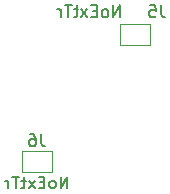
<source format=gbr>
G04 #@! TF.FileFunction,Legend,Bot*
%FSLAX46Y46*%
G04 Gerber Fmt 4.6, Leading zero omitted, Abs format (unit mm)*
G04 Created by KiCad (PCBNEW 4.0.6) date Thu Apr 29 15:37:00 2021*
%MOMM*%
%LPD*%
G01*
G04 APERTURE LIST*
%ADD10C,0.100000*%
%ADD11C,0.120000*%
%ADD12C,0.150000*%
G04 APERTURE END LIST*
D10*
D11*
X119380000Y-162180000D02*
X116840000Y-162180000D01*
X116840000Y-160400000D02*
X119380000Y-160400000D01*
X116840000Y-160400000D02*
X116840000Y-162180000D01*
X119380000Y-162180000D02*
X119380000Y-160400000D01*
X111125000Y-172975000D02*
X108585000Y-172975000D01*
X108585000Y-171195000D02*
X111125000Y-171195000D01*
X108585000Y-171195000D02*
X108585000Y-172975000D01*
X111125000Y-172975000D02*
X111125000Y-171195000D01*
D12*
X120348333Y-158837381D02*
X120348333Y-159551667D01*
X120395953Y-159694524D01*
X120491191Y-159789762D01*
X120634048Y-159837381D01*
X120729286Y-159837381D01*
X119395952Y-158837381D02*
X119872143Y-158837381D01*
X119919762Y-159313571D01*
X119872143Y-159265952D01*
X119776905Y-159218333D01*
X119538809Y-159218333D01*
X119443571Y-159265952D01*
X119395952Y-159313571D01*
X119348333Y-159408810D01*
X119348333Y-159646905D01*
X119395952Y-159742143D01*
X119443571Y-159789762D01*
X119538809Y-159837381D01*
X119776905Y-159837381D01*
X119872143Y-159789762D01*
X119919762Y-159742143D01*
X116871429Y-159837381D02*
X116871429Y-158837381D01*
X116300000Y-159837381D01*
X116300000Y-158837381D01*
X115680953Y-159837381D02*
X115776191Y-159789762D01*
X115823810Y-159742143D01*
X115871429Y-159646905D01*
X115871429Y-159361190D01*
X115823810Y-159265952D01*
X115776191Y-159218333D01*
X115680953Y-159170714D01*
X115538095Y-159170714D01*
X115442857Y-159218333D01*
X115395238Y-159265952D01*
X115347619Y-159361190D01*
X115347619Y-159646905D01*
X115395238Y-159742143D01*
X115442857Y-159789762D01*
X115538095Y-159837381D01*
X115680953Y-159837381D01*
X114919048Y-159313571D02*
X114585714Y-159313571D01*
X114442857Y-159837381D02*
X114919048Y-159837381D01*
X114919048Y-158837381D01*
X114442857Y-158837381D01*
X114109524Y-159837381D02*
X113585714Y-159170714D01*
X114109524Y-159170714D02*
X113585714Y-159837381D01*
X113347619Y-159170714D02*
X112966667Y-159170714D01*
X113204762Y-158837381D02*
X113204762Y-159694524D01*
X113157143Y-159789762D01*
X113061905Y-159837381D01*
X112966667Y-159837381D01*
X112776190Y-158837381D02*
X112204761Y-158837381D01*
X112490476Y-159837381D02*
X112490476Y-158837381D01*
X111871428Y-159837381D02*
X111871428Y-159170714D01*
X111871428Y-159361190D02*
X111823809Y-159265952D01*
X111776190Y-159218333D01*
X111680952Y-159170714D01*
X111585713Y-159170714D01*
X110188333Y-169757381D02*
X110188333Y-170471667D01*
X110235953Y-170614524D01*
X110331191Y-170709762D01*
X110474048Y-170757381D01*
X110569286Y-170757381D01*
X109283571Y-169757381D02*
X109474048Y-169757381D01*
X109569286Y-169805000D01*
X109616905Y-169852619D01*
X109712143Y-169995476D01*
X109759762Y-170185952D01*
X109759762Y-170566905D01*
X109712143Y-170662143D01*
X109664524Y-170709762D01*
X109569286Y-170757381D01*
X109378809Y-170757381D01*
X109283571Y-170709762D01*
X109235952Y-170662143D01*
X109188333Y-170566905D01*
X109188333Y-170328810D01*
X109235952Y-170233571D01*
X109283571Y-170185952D01*
X109378809Y-170138333D01*
X109569286Y-170138333D01*
X109664524Y-170185952D01*
X109712143Y-170233571D01*
X109759762Y-170328810D01*
X112426429Y-174337381D02*
X112426429Y-173337381D01*
X111855000Y-174337381D01*
X111855000Y-173337381D01*
X111235953Y-174337381D02*
X111331191Y-174289762D01*
X111378810Y-174242143D01*
X111426429Y-174146905D01*
X111426429Y-173861190D01*
X111378810Y-173765952D01*
X111331191Y-173718333D01*
X111235953Y-173670714D01*
X111093095Y-173670714D01*
X110997857Y-173718333D01*
X110950238Y-173765952D01*
X110902619Y-173861190D01*
X110902619Y-174146905D01*
X110950238Y-174242143D01*
X110997857Y-174289762D01*
X111093095Y-174337381D01*
X111235953Y-174337381D01*
X110474048Y-173813571D02*
X110140714Y-173813571D01*
X109997857Y-174337381D02*
X110474048Y-174337381D01*
X110474048Y-173337381D01*
X109997857Y-173337381D01*
X109664524Y-174337381D02*
X109140714Y-173670714D01*
X109664524Y-173670714D02*
X109140714Y-174337381D01*
X108902619Y-173670714D02*
X108521667Y-173670714D01*
X108759762Y-173337381D02*
X108759762Y-174194524D01*
X108712143Y-174289762D01*
X108616905Y-174337381D01*
X108521667Y-174337381D01*
X108331190Y-173337381D02*
X107759761Y-173337381D01*
X108045476Y-174337381D02*
X108045476Y-173337381D01*
X107426428Y-174337381D02*
X107426428Y-173670714D01*
X107426428Y-173861190D02*
X107378809Y-173765952D01*
X107331190Y-173718333D01*
X107235952Y-173670714D01*
X107140713Y-173670714D01*
M02*

</source>
